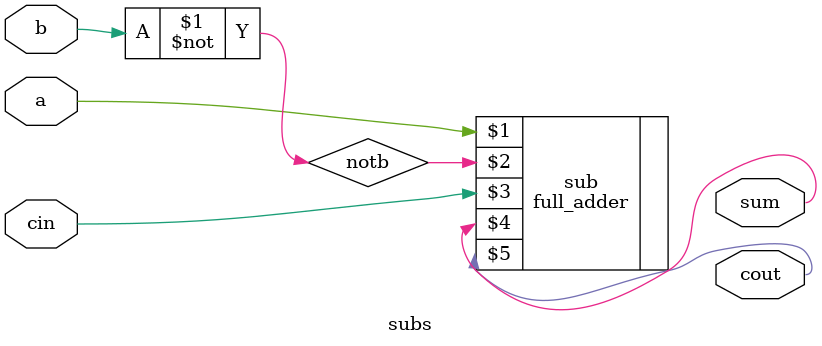
<source format=sv>
`timescale 1ns/10ps

module subs(a, b, cin, sum, cout);
					 
	input logic a, b, cin;
	//outputs to subtraction 
	output logic cout, sum;
	//input b for subtraction
	logic notb;
	//invert the b for the substraction.
	not #50 n1(notb, b);
	//logic [2:0]out;
	//call the full adder but with an inverted b.
	full_adder sub (a,notb,cin,sum,cout);
	
//	xor xorgate (out[0], a, notb); // Sets output to XOR of inputs
//	and andgate (out[1], a, notb);
//	xor xorgate2 (sum, out[0], cin);
//	and andgate2 (out[2], cin, out[0]);
//	or orgate (cout, out[2], out[1]);
	
endmodule
</source>
